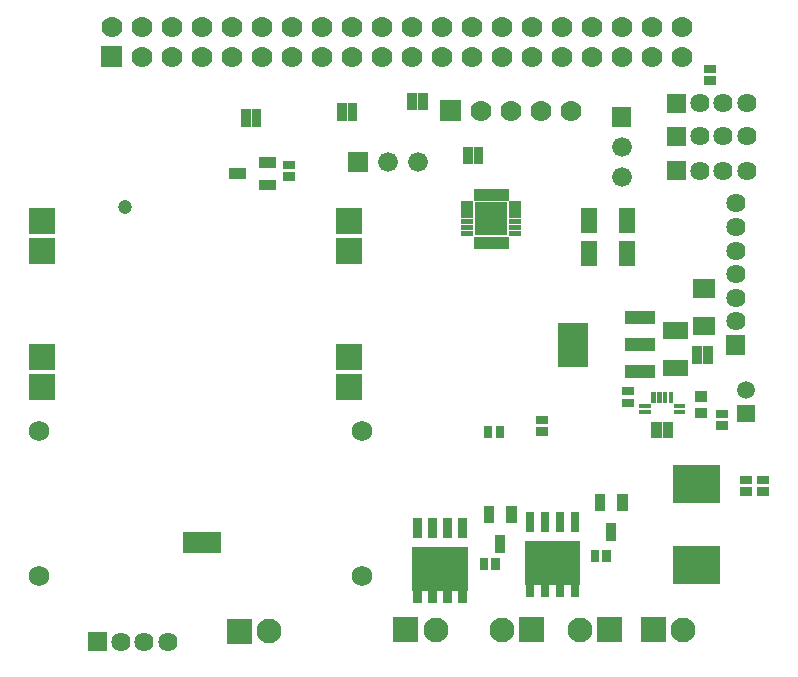
<source format=gbs>
G04 Layer: BottomSolderMaskLayer*
G04 EasyEDA v6.4.25, 2021-09-19T11:37:02+02:00*
G04 64e9d69745c74d7bbaee3c671462624f,10*
G04 Gerber Generator version 0.2*
G04 Scale: 100 percent, Rotated: No, Reflected: No *
G04 Dimensions in inches *
G04 leading zeros omitted , absolute positions ,3 integer and 6 decimal *
%FSLAX36Y36*%
%MOIN*%

%ADD65C,0.0700*%
%ADD68C,0.0660*%
%ADD71C,0.0640*%
%ADD75C,0.0591*%
%ADD89C,0.0827*%
%ADD90C,0.0680*%
%ADD92C,0.0474*%

%LPD*%
G36*
X-883070Y-264499D02*
G01*
X-883070Y-195500D01*
X-756971Y-195500D01*
X-756971Y-264499D01*
G37*
D65*
G01*
X-220051Y1489549D03*
G01*
X-220051Y1389549D03*
G01*
X-320051Y1489549D03*
G01*
X-420051Y1489549D03*
G01*
X-520051Y1489549D03*
G01*
X-620051Y1489549D03*
G01*
X-720051Y1489549D03*
G01*
X-820051Y1489549D03*
G01*
X-920051Y1489549D03*
G01*
X-1020051Y1489549D03*
G01*
X-1120050Y1489549D03*
G36*
X-1154971Y1354499D02*
G01*
X-1154971Y1424499D01*
X-1084971Y1424499D01*
X-1084971Y1354499D01*
G37*
G01*
X-1020051Y1389549D03*
G01*
X-920051Y1389549D03*
G01*
X-820051Y1389549D03*
G01*
X-720051Y1389549D03*
G01*
X-620051Y1389549D03*
G01*
X-520051Y1389549D03*
G01*
X-420051Y1389549D03*
G01*
X-320051Y1389549D03*
G01*
X779948Y1489549D03*
G01*
X779948Y1389549D03*
G01*
X679948Y1489549D03*
G01*
X579948Y1489549D03*
G01*
X479948Y1489549D03*
G01*
X379948Y1489549D03*
G01*
X279948Y1489549D03*
G01*
X179948Y1489549D03*
G01*
X79948Y1489549D03*
G01*
X-20051Y1489549D03*
G01*
X-120051Y1489549D03*
G01*
X-120051Y1389549D03*
G01*
X-20051Y1389549D03*
G01*
X79948Y1389549D03*
G01*
X179948Y1389549D03*
G01*
X279948Y1389549D03*
G01*
X379948Y1389549D03*
G01*
X479948Y1389549D03*
G01*
X579948Y1389549D03*
G01*
X679948Y1389549D03*
D68*
G01*
X-99970Y1040000D03*
G01*
X-199970Y1040000D03*
G36*
X-332970Y1006999D02*
G01*
X-332970Y1073000D01*
X-266971Y1073000D01*
X-266971Y1006999D01*
G37*
D71*
G01*
X959998Y901219D03*
G01*
X959998Y822480D03*
G01*
X959998Y743739D03*
G01*
X959998Y665000D03*
G01*
X959998Y586260D03*
G01*
X959998Y507519D03*
G36*
X928028Y396799D02*
G01*
X928028Y460799D01*
X992029Y460799D01*
X992029Y396799D01*
G37*
G36*
X-1200070Y-591999D02*
G01*
X-1200070Y-528000D01*
X-1136071Y-528000D01*
X-1136071Y-591999D01*
G37*
G01*
X-1089331Y-560000D03*
G01*
X-1010591Y-560000D03*
G01*
X-931850Y-560000D03*
G36*
X965429Y170999D02*
G01*
X965429Y230199D01*
X1024628Y230199D01*
X1024628Y170999D01*
G37*
D75*
G01*
X995029Y279340D03*
G36*
X729728Y1203000D02*
G01*
X729728Y1266999D01*
X793729Y1266999D01*
X793729Y1203000D01*
G37*
D71*
G01*
X840469Y1235000D03*
G01*
X919209Y1235000D03*
G01*
X997948Y1235000D03*
D65*
G01*
X409828Y1210000D03*
G01*
X309828Y1210000D03*
G01*
X209828Y1210000D03*
G01*
X109828Y1210000D03*
G36*
X-25171Y1175000D02*
G01*
X-25171Y1245000D01*
X44828Y1245000D01*
X44828Y1175000D01*
G37*
G36*
X729728Y978000D02*
G01*
X729728Y1041999D01*
X793729Y1041999D01*
X793729Y978000D01*
G37*
D71*
G01*
X840459Y1010000D03*
G01*
X919198Y1010000D03*
G01*
X997938Y1010000D03*
G36*
X729929Y1093000D02*
G01*
X729929Y1156999D01*
X793928Y1156999D01*
X793928Y1093000D01*
G37*
G01*
X840628Y1125000D03*
G01*
X919368Y1125000D03*
G01*
X998109Y1125000D03*
D68*
G01*
X579828Y990000D03*
G01*
X579828Y1090000D03*
G36*
X546828Y1156999D02*
G01*
X546828Y1223000D01*
X612829Y1223000D01*
X612829Y1156999D01*
G37*
G36*
X-736370Y-566399D02*
G01*
X-736370Y-483600D01*
X-653671Y-483600D01*
X-653671Y-566399D01*
G37*
D89*
G01*
X-595000Y-525000D03*
G36*
X527228Y-222800D02*
G01*
X527228Y-165599D01*
X562829Y-165599D01*
X562829Y-222800D01*
G37*
G36*
X564628Y-124400D02*
G01*
X564628Y-67199D01*
X600228Y-67199D01*
X600228Y-124400D01*
G37*
G36*
X489828Y-124400D02*
G01*
X489828Y-67199D01*
X525429Y-67199D01*
X525429Y-124400D01*
G37*
G36*
X36229Y-430999D02*
G01*
X36229Y-364000D01*
X63828Y-364000D01*
X63828Y-430999D01*
G37*
G36*
X-13770Y-430999D02*
G01*
X-13770Y-364000D01*
X13828Y-364000D01*
X13828Y-430999D01*
G37*
G36*
X-63770Y-430999D02*
G01*
X-63770Y-364000D01*
X-36171Y-364000D01*
X-36171Y-430999D01*
G37*
G36*
X-113770Y-430999D02*
G01*
X-113770Y-364000D01*
X-86171Y-364000D01*
X-86171Y-430999D01*
G37*
G36*
X36229Y-215999D02*
G01*
X36229Y-149000D01*
X63828Y-149000D01*
X63828Y-215999D01*
G37*
G36*
X-13770Y-215999D02*
G01*
X-13770Y-149000D01*
X13828Y-149000D01*
X13828Y-215999D01*
G37*
G36*
X-63770Y-215999D02*
G01*
X-63770Y-149000D01*
X-36171Y-149000D01*
X-36171Y-215999D01*
G37*
G36*
X-113770Y-215999D02*
G01*
X-113770Y-149000D01*
X-86171Y-149000D01*
X-86171Y-215999D01*
G37*
G36*
X-117570Y-390399D02*
G01*
X-117570Y-244600D01*
X67529Y-244600D01*
X67529Y-390399D01*
G37*
G36*
X411229Y-410999D02*
G01*
X411229Y-344000D01*
X438828Y-344000D01*
X438828Y-410999D01*
G37*
G36*
X361229Y-410999D02*
G01*
X361229Y-344000D01*
X388828Y-344000D01*
X388828Y-410999D01*
G37*
G36*
X311229Y-410999D02*
G01*
X311229Y-344000D01*
X338828Y-344000D01*
X338828Y-410999D01*
G37*
G36*
X261229Y-410999D02*
G01*
X261229Y-344000D01*
X288828Y-344000D01*
X288828Y-410999D01*
G37*
G36*
X411229Y-195999D02*
G01*
X411229Y-129000D01*
X438828Y-129000D01*
X438828Y-195999D01*
G37*
G36*
X361229Y-195999D02*
G01*
X361229Y-129000D01*
X388828Y-129000D01*
X388828Y-195999D01*
G37*
G36*
X311229Y-195999D02*
G01*
X311229Y-129000D01*
X338828Y-129000D01*
X338828Y-195999D01*
G37*
G36*
X261229Y-195999D02*
G01*
X261229Y-129000D01*
X288828Y-129000D01*
X288828Y-195999D01*
G37*
G36*
X257429Y-370399D02*
G01*
X257429Y-224600D01*
X442529Y-224600D01*
X442529Y-370399D01*
G37*
G36*
X157228Y-262800D02*
G01*
X157228Y-205599D01*
X192829Y-205599D01*
X192829Y-262800D01*
G37*
G36*
X194628Y-164400D02*
G01*
X194628Y-107199D01*
X230228Y-107199D01*
X230228Y-164400D01*
G37*
G36*
X119828Y-164400D02*
G01*
X119828Y-107199D01*
X155429Y-107199D01*
X155429Y-164400D01*
G37*
G36*
X-689471Y1155999D02*
G01*
X-689471Y1214000D01*
X-656471Y1214000D01*
X-656471Y1155999D01*
G37*
G36*
X-653470Y1155999D02*
G01*
X-653470Y1214000D01*
X-620470Y1214000D01*
X-620470Y1155999D01*
G37*
G36*
X50528Y1030999D02*
G01*
X50528Y1089000D01*
X83528Y1089000D01*
X83528Y1030999D01*
G37*
G36*
X86529Y1030999D02*
G01*
X86529Y1089000D01*
X119529Y1089000D01*
X119529Y1030999D01*
G37*
G36*
X-369471Y1175999D02*
G01*
X-369471Y1234000D01*
X-336471Y1234000D01*
X-336471Y1175999D01*
G37*
G36*
X-333470Y1175999D02*
G01*
X-333470Y1234000D01*
X-300470Y1234000D01*
X-300470Y1175999D01*
G37*
G36*
X819029Y586500D02*
G01*
X819029Y648899D01*
X891028Y648899D01*
X891028Y586500D01*
G37*
G36*
X819029Y461100D02*
G01*
X819029Y523499D01*
X891028Y523499D01*
X891028Y461100D01*
G37*
G36*
X753329Y198000D02*
G01*
X753329Y213800D01*
X790829Y213800D01*
X790829Y198000D01*
G37*
G36*
X753329Y217699D02*
G01*
X753329Y233499D01*
X790829Y233499D01*
X790829Y217699D01*
G37*
G36*
X736629Y234400D02*
G01*
X736629Y271900D01*
X752429Y271900D01*
X752429Y234400D01*
G37*
G36*
X716929Y234400D02*
G01*
X716929Y271900D01*
X732728Y271900D01*
X732728Y234400D01*
G37*
G36*
X697228Y234400D02*
G01*
X697228Y271900D01*
X713028Y271900D01*
X713028Y234400D01*
G37*
G36*
X677529Y234400D02*
G01*
X677529Y271900D01*
X693329Y271900D01*
X693329Y234400D01*
G37*
G36*
X639228Y217699D02*
G01*
X639228Y233499D01*
X676629Y233499D01*
X676629Y217699D01*
G37*
G36*
X639228Y198000D02*
G01*
X639228Y213800D01*
X676629Y213800D01*
X676629Y198000D01*
G37*
G36*
X677529Y119800D02*
G01*
X677529Y173800D01*
X713028Y173800D01*
X713028Y119800D01*
G37*
G36*
X716929Y119800D02*
G01*
X716929Y173800D01*
X752429Y173800D01*
X752429Y119800D01*
G37*
G36*
X580228Y260799D02*
G01*
X580228Y288499D01*
X619728Y288499D01*
X619728Y260799D01*
G37*
G36*
X580228Y221500D02*
G01*
X580228Y249200D01*
X619728Y249200D01*
X619728Y221500D01*
G37*
D90*
G01*
X-1360941Y-340940D03*
G01*
X-1360941Y141340D03*
G01*
X-286140Y-340000D03*
G01*
X-286140Y142280D03*
G36*
X895228Y146500D02*
G01*
X895228Y174200D01*
X934728Y174200D01*
X934728Y146500D01*
G37*
G36*
X895228Y185799D02*
G01*
X895228Y213499D01*
X934728Y213499D01*
X934728Y185799D01*
G37*
G36*
X570228Y803600D02*
G01*
X570228Y886399D01*
X625429Y886399D01*
X625429Y803600D01*
G37*
G36*
X444228Y803600D02*
G01*
X444228Y886399D01*
X499429Y886399D01*
X499429Y803600D01*
G37*
G36*
X570228Y693600D02*
G01*
X570228Y776399D01*
X625429Y776399D01*
X625429Y693600D01*
G37*
G36*
X444228Y693600D02*
G01*
X444228Y776399D01*
X499429Y776399D01*
X499429Y693600D01*
G37*
G36*
X-549771Y976500D02*
G01*
X-549771Y1004200D01*
X-510271Y1004200D01*
X-510271Y976500D01*
G37*
G36*
X-549771Y1015799D02*
G01*
X-549771Y1043499D01*
X-510271Y1043499D01*
X-510271Y1015799D01*
G37*
G36*
X-727771Y982199D02*
G01*
X-727771Y1017800D01*
X-670570Y1017800D01*
X-670570Y982199D01*
G37*
G36*
X-629371Y944800D02*
G01*
X-629371Y980399D01*
X-572170Y980399D01*
X-572170Y944800D01*
G37*
G36*
X-629371Y1019600D02*
G01*
X-629371Y1055199D01*
X-572170Y1055199D01*
X-572170Y1019600D01*
G37*
G36*
X-370970Y697899D02*
G01*
X-370970Y784600D01*
X-284270Y784600D01*
X-284270Y697899D01*
G37*
G36*
X-370970Y797899D02*
G01*
X-370970Y884600D01*
X-284270Y884600D01*
X-284270Y797899D01*
G37*
G36*
X-370970Y246700D02*
G01*
X-370970Y333400D01*
X-284270Y333400D01*
X-284270Y246700D01*
G37*
G36*
X-370970Y346700D02*
G01*
X-370970Y433400D01*
X-284270Y433400D01*
X-284270Y346700D01*
G37*
G36*
X-1394670Y246700D02*
G01*
X-1394670Y333400D01*
X-1307871Y333400D01*
X-1307871Y246700D01*
G37*
G36*
X-1394670Y346700D02*
G01*
X-1394670Y433400D01*
X-1307871Y433400D01*
X-1307871Y346700D01*
G37*
G36*
X-1394670Y697899D02*
G01*
X-1394670Y784600D01*
X-1307871Y784600D01*
X-1307871Y697899D01*
G37*
G36*
X-1394670Y797899D02*
G01*
X-1394670Y884600D01*
X-1307871Y884600D01*
X-1307871Y797899D01*
G37*
G36*
X750829Y-98400D02*
G01*
X750829Y28899D01*
X909228Y28899D01*
X909228Y-98400D01*
G37*
G36*
X750829Y-368899D02*
G01*
X750829Y-241599D01*
X909228Y-241599D01*
X909228Y-368899D01*
G37*
G36*
X975228Y-34200D02*
G01*
X975228Y-6500D01*
X1014728Y-6500D01*
X1014728Y-34200D01*
G37*
G36*
X975228Y-73499D02*
G01*
X975228Y-45799D01*
X1014728Y-45799D01*
X1014728Y-73499D01*
G37*
G36*
X1030228Y-73499D02*
G01*
X1030228Y-45799D01*
X1069728Y-45799D01*
X1069728Y-73499D01*
G37*
G36*
X1030228Y-34200D02*
G01*
X1030228Y-6500D01*
X1069728Y-6500D01*
X1069728Y-34200D01*
G37*
G36*
X90829Y795999D02*
G01*
X90829Y904000D01*
X198828Y904000D01*
X198828Y795999D01*
G37*
G36*
X185029Y750000D02*
G01*
X185029Y790000D01*
X203028Y790000D01*
X203028Y750000D01*
G37*
G36*
X165329Y750000D02*
G01*
X165329Y790000D01*
X183329Y790000D01*
X183329Y750000D01*
G37*
G36*
X145628Y750000D02*
G01*
X145628Y790000D01*
X163629Y790000D01*
X163629Y750000D01*
G37*
G36*
X126028Y750000D02*
G01*
X126028Y790000D01*
X144029Y790000D01*
X144029Y750000D01*
G37*
G36*
X106328Y750000D02*
G01*
X106328Y790000D01*
X124328Y790000D01*
X124328Y750000D01*
G37*
G36*
X86629Y750000D02*
G01*
X86629Y790000D01*
X104628Y790000D01*
X104628Y750000D01*
G37*
G36*
X44828Y791799D02*
G01*
X44828Y809800D01*
X84828Y809800D01*
X84828Y791799D01*
G37*
G36*
X44828Y811500D02*
G01*
X44828Y829499D01*
X84828Y829499D01*
X84828Y811500D01*
G37*
G36*
X44828Y831199D02*
G01*
X44828Y849200D01*
X84828Y849200D01*
X84828Y831199D01*
G37*
G36*
X44828Y850799D02*
G01*
X44828Y868800D01*
X84828Y868800D01*
X84828Y850799D01*
G37*
G36*
X44828Y870500D02*
G01*
X44828Y888499D01*
X84828Y888499D01*
X84828Y870500D01*
G37*
G36*
X44828Y890199D02*
G01*
X44828Y908200D01*
X84828Y908200D01*
X84828Y890199D01*
G37*
G36*
X86629Y910000D02*
G01*
X86629Y950000D01*
X104628Y950000D01*
X104628Y910000D01*
G37*
G36*
X106328Y910000D02*
G01*
X106328Y950000D01*
X124328Y950000D01*
X124328Y910000D01*
G37*
G36*
X126028Y910000D02*
G01*
X126028Y950000D01*
X144029Y950000D01*
X144029Y910000D01*
G37*
G36*
X145628Y910000D02*
G01*
X145628Y950000D01*
X163629Y950000D01*
X163629Y910000D01*
G37*
G36*
X165329Y910000D02*
G01*
X165329Y950000D01*
X183329Y950000D01*
X183329Y910000D01*
G37*
G36*
X185029Y910000D02*
G01*
X185029Y950000D01*
X203028Y950000D01*
X203028Y910000D01*
G37*
G36*
X204828Y890199D02*
G01*
X204828Y908200D01*
X244828Y908200D01*
X244828Y890199D01*
G37*
G36*
X204828Y870500D02*
G01*
X204828Y888499D01*
X244828Y888499D01*
X244828Y870500D01*
G37*
G36*
X204828Y850799D02*
G01*
X204828Y868800D01*
X244828Y868800D01*
X244828Y850799D01*
G37*
G36*
X204828Y831199D02*
G01*
X204828Y849200D01*
X244828Y849200D01*
X244828Y831199D01*
G37*
G36*
X204828Y811500D02*
G01*
X204828Y829499D01*
X244828Y829499D01*
X244828Y811500D01*
G37*
G36*
X204828Y791799D02*
G01*
X204828Y809800D01*
X244828Y809800D01*
X244828Y791799D01*
G37*
G36*
X855228Y1296500D02*
G01*
X855228Y1324200D01*
X894728Y1324200D01*
X894728Y1296500D01*
G37*
G36*
X855228Y1335799D02*
G01*
X855228Y1363499D01*
X894728Y1363499D01*
X894728Y1335799D01*
G37*
G36*
X515829Y-294699D02*
G01*
X515829Y-255300D01*
X543528Y-255300D01*
X543528Y-294699D01*
G37*
G36*
X476428Y-294699D02*
G01*
X476428Y-255300D01*
X504129Y-255300D01*
X504129Y-294699D01*
G37*
G36*
X295228Y165799D02*
G01*
X295228Y193499D01*
X334728Y193499D01*
X334728Y165799D01*
G37*
G36*
X295228Y126500D02*
G01*
X295228Y154200D01*
X334728Y154200D01*
X334728Y126500D01*
G37*
G36*
X121428Y120300D02*
G01*
X121428Y159699D01*
X149129Y159699D01*
X149129Y120300D01*
G37*
G36*
X160829Y120300D02*
G01*
X160829Y159699D01*
X188528Y159699D01*
X188528Y120300D01*
G37*
G36*
X145829Y-319699D02*
G01*
X145829Y-280300D01*
X173528Y-280300D01*
X173528Y-319699D01*
G37*
G36*
X106428Y-319699D02*
G01*
X106428Y-280300D01*
X134129Y-280300D01*
X134129Y-319699D01*
G37*
G36*
X498629Y-561399D02*
G01*
X498629Y-478600D01*
X581428Y-478600D01*
X581428Y-561399D01*
G37*
D89*
G01*
X440029Y-520000D03*
G36*
X238428Y-561399D02*
G01*
X238428Y-478600D01*
X321229Y-478600D01*
X321229Y-561399D01*
G37*
G01*
X179828Y-520000D03*
G36*
X-181571Y-561399D02*
G01*
X-181571Y-478600D01*
X-98770Y-478600D01*
X-98770Y-561399D01*
G37*
G01*
X-40171Y-520000D03*
G36*
X643629Y-561399D02*
G01*
X643629Y-478600D01*
X726428Y-478600D01*
X726428Y-561399D01*
G37*
G01*
X785029Y-520000D03*
G36*
X825329Y239800D02*
G01*
X825329Y275300D01*
X864728Y275300D01*
X864728Y239800D01*
G37*
G36*
X825329Y184699D02*
G01*
X825329Y220199D01*
X864728Y220199D01*
X864728Y184699D01*
G37*
G36*
X591028Y499299D02*
G01*
X591028Y541799D01*
X692228Y541799D01*
X692228Y499299D01*
G37*
G36*
X591028Y408699D02*
G01*
X591028Y451300D01*
X692228Y451300D01*
X692228Y408699D01*
G37*
G36*
X591028Y318200D02*
G01*
X591028Y360700D01*
X692228Y360700D01*
X692228Y318200D01*
G37*
G36*
X367728Y357100D02*
G01*
X367728Y502899D01*
X469029Y502899D01*
X469029Y357100D01*
G37*
G36*
X718629Y450399D02*
G01*
X718629Y505599D01*
X801428Y505599D01*
X801428Y450399D01*
G37*
G36*
X718629Y324400D02*
G01*
X718629Y379600D01*
X801428Y379600D01*
X801428Y324400D01*
G37*
G36*
X815528Y365999D02*
G01*
X815528Y424000D01*
X848528Y424000D01*
X848528Y365999D01*
G37*
G36*
X851529Y365999D02*
G01*
X851529Y424000D01*
X884529Y424000D01*
X884529Y365999D01*
G37*
G36*
X-98470Y1210999D02*
G01*
X-98470Y1269000D01*
X-65470Y1269000D01*
X-65470Y1210999D01*
G37*
G36*
X-134471Y1210999D02*
G01*
X-134471Y1269000D01*
X-101471Y1269000D01*
X-101471Y1210999D01*
G37*
D92*
G01*
X-1075001Y890000D03*
M02*

</source>
